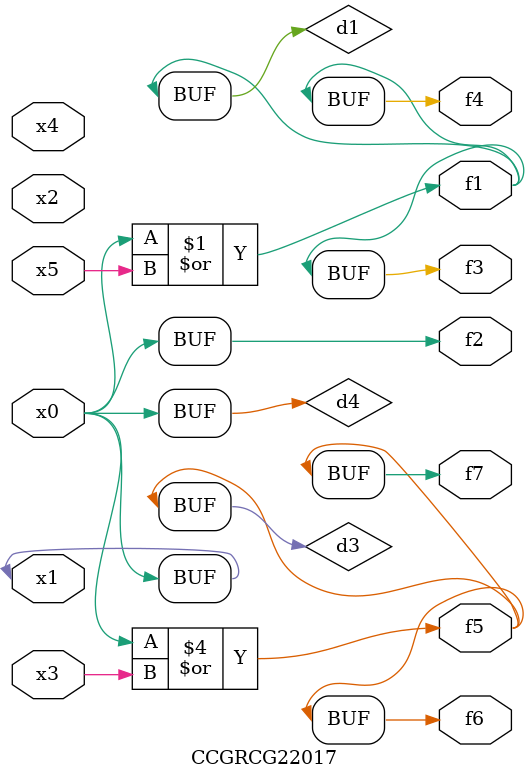
<source format=v>
module CCGRCG22017(
	input x0, x1, x2, x3, x4, x5,
	output f1, f2, f3, f4, f5, f6, f7
);

	wire d1, d2, d3, d4;

	or (d1, x0, x5);
	xnor (d2, x1, x4);
	or (d3, x0, x3);
	buf (d4, x0, x1);
	assign f1 = d1;
	assign f2 = d4;
	assign f3 = d1;
	assign f4 = d1;
	assign f5 = d3;
	assign f6 = d3;
	assign f7 = d3;
endmodule

</source>
